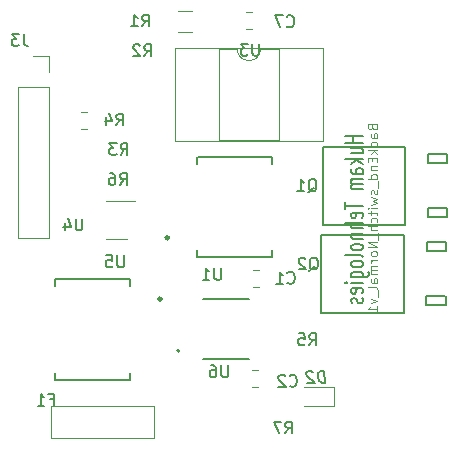
<source format=gbo>
G04 #@! TF.GenerationSoftware,KiCad,Pcbnew,5.1.7-a382d34a8~88~ubuntu18.04.1*
G04 #@! TF.CreationDate,2021-11-20T10:26:25+05:30*
G04 #@! TF.ProjectId,BackEnd_switch_Normal_v1,4261636b-456e-4645-9f73-77697463685f,rev?*
G04 #@! TF.SameCoordinates,Original*
G04 #@! TF.FileFunction,Legend,Bot*
G04 #@! TF.FilePolarity,Positive*
%FSLAX46Y46*%
G04 Gerber Fmt 4.6, Leading zero omitted, Abs format (unit mm)*
G04 Created by KiCad (PCBNEW 5.1.7-a382d34a8~88~ubuntu18.04.1) date 2021-11-20 10:26:25*
%MOMM*%
%LPD*%
G01*
G04 APERTURE LIST*
%ADD10C,0.100000*%
%ADD11C,0.150000*%
%ADD12C,0.127000*%
%ADD13C,0.200000*%
%ADD14C,0.120000*%
%ADD15C,0.300000*%
G04 APERTURE END LIST*
D10*
X143729717Y-108601197D02*
X143767812Y-108715482D01*
X143805907Y-108753578D01*
X143882098Y-108791673D01*
X143996383Y-108791673D01*
X144072574Y-108753578D01*
X144110669Y-108715482D01*
X144148764Y-108639292D01*
X144148764Y-108334530D01*
X143348764Y-108334530D01*
X143348764Y-108601197D01*
X143386860Y-108677387D01*
X143424955Y-108715482D01*
X143501145Y-108753578D01*
X143577336Y-108753578D01*
X143653526Y-108715482D01*
X143691621Y-108677387D01*
X143729717Y-108601197D01*
X143729717Y-108334530D01*
X144148764Y-109477387D02*
X143729717Y-109477387D01*
X143653526Y-109439292D01*
X143615431Y-109363101D01*
X143615431Y-109210720D01*
X143653526Y-109134530D01*
X144110669Y-109477387D02*
X144148764Y-109401197D01*
X144148764Y-109210720D01*
X144110669Y-109134530D01*
X144034479Y-109096435D01*
X143958288Y-109096435D01*
X143882098Y-109134530D01*
X143844002Y-109210720D01*
X143844002Y-109401197D01*
X143805907Y-109477387D01*
X144110669Y-110201197D02*
X144148764Y-110125006D01*
X144148764Y-109972625D01*
X144110669Y-109896435D01*
X144072574Y-109858340D01*
X143996383Y-109820244D01*
X143767812Y-109820244D01*
X143691621Y-109858340D01*
X143653526Y-109896435D01*
X143615431Y-109972625D01*
X143615431Y-110125006D01*
X143653526Y-110201197D01*
X144148764Y-110544054D02*
X143348764Y-110544054D01*
X143844002Y-110620244D02*
X144148764Y-110848816D01*
X143615431Y-110848816D02*
X143920193Y-110544054D01*
X143729717Y-111191673D02*
X143729717Y-111458339D01*
X144148764Y-111572625D02*
X144148764Y-111191673D01*
X143348764Y-111191673D01*
X143348764Y-111572625D01*
X143615431Y-111915482D02*
X144148764Y-111915482D01*
X143691621Y-111915482D02*
X143653526Y-111953578D01*
X143615431Y-112029768D01*
X143615431Y-112144054D01*
X143653526Y-112220244D01*
X143729717Y-112258340D01*
X144148764Y-112258340D01*
X144148764Y-112982149D02*
X143348764Y-112982149D01*
X144110669Y-112982149D02*
X144148764Y-112905959D01*
X144148764Y-112753578D01*
X144110669Y-112677387D01*
X144072574Y-112639292D01*
X143996383Y-112601197D01*
X143767812Y-112601197D01*
X143691621Y-112639292D01*
X143653526Y-112677387D01*
X143615431Y-112753578D01*
X143615431Y-112905959D01*
X143653526Y-112982149D01*
X144224955Y-113172625D02*
X144224955Y-113782149D01*
X144110669Y-113934530D02*
X144148764Y-114010720D01*
X144148764Y-114163101D01*
X144110669Y-114239292D01*
X144034479Y-114277387D01*
X143996383Y-114277387D01*
X143920193Y-114239292D01*
X143882098Y-114163101D01*
X143882098Y-114048816D01*
X143844002Y-113972625D01*
X143767812Y-113934530D01*
X143729717Y-113934530D01*
X143653526Y-113972625D01*
X143615431Y-114048816D01*
X143615431Y-114163101D01*
X143653526Y-114239292D01*
X143615431Y-114544054D02*
X144148764Y-114696435D01*
X143767812Y-114848816D01*
X144148764Y-115001197D01*
X143615431Y-115153578D01*
X144148764Y-115458340D02*
X143615431Y-115458340D01*
X143348764Y-115458340D02*
X143386860Y-115420244D01*
X143424955Y-115458340D01*
X143386860Y-115496435D01*
X143348764Y-115458340D01*
X143424955Y-115458340D01*
X143615431Y-115725006D02*
X143615431Y-116029768D01*
X143348764Y-115839292D02*
X144034479Y-115839292D01*
X144110669Y-115877387D01*
X144148764Y-115953578D01*
X144148764Y-116029768D01*
X144110669Y-116639292D02*
X144148764Y-116563101D01*
X144148764Y-116410720D01*
X144110669Y-116334530D01*
X144072574Y-116296435D01*
X143996383Y-116258340D01*
X143767812Y-116258340D01*
X143691621Y-116296435D01*
X143653526Y-116334530D01*
X143615431Y-116410720D01*
X143615431Y-116563101D01*
X143653526Y-116639292D01*
X144148764Y-116982149D02*
X143348764Y-116982149D01*
X144148764Y-117325006D02*
X143729717Y-117325006D01*
X143653526Y-117286911D01*
X143615431Y-117210720D01*
X143615431Y-117096435D01*
X143653526Y-117020244D01*
X143691621Y-116982149D01*
X144224955Y-117515482D02*
X144224955Y-118125006D01*
X144148764Y-118315482D02*
X143348764Y-118315482D01*
X144148764Y-118772625D01*
X143348764Y-118772625D01*
X144148764Y-119267863D02*
X144110669Y-119191673D01*
X144072574Y-119153578D01*
X143996383Y-119115482D01*
X143767812Y-119115482D01*
X143691621Y-119153578D01*
X143653526Y-119191673D01*
X143615431Y-119267863D01*
X143615431Y-119382149D01*
X143653526Y-119458339D01*
X143691621Y-119496435D01*
X143767812Y-119534530D01*
X143996383Y-119534530D01*
X144072574Y-119496435D01*
X144110669Y-119458339D01*
X144148764Y-119382149D01*
X144148764Y-119267863D01*
X144148764Y-119877387D02*
X143615431Y-119877387D01*
X143767812Y-119877387D02*
X143691621Y-119915482D01*
X143653526Y-119953578D01*
X143615431Y-120029768D01*
X143615431Y-120105959D01*
X144148764Y-120372625D02*
X143615431Y-120372625D01*
X143691621Y-120372625D02*
X143653526Y-120410720D01*
X143615431Y-120486911D01*
X143615431Y-120601197D01*
X143653526Y-120677387D01*
X143729717Y-120715482D01*
X144148764Y-120715482D01*
X143729717Y-120715482D02*
X143653526Y-120753578D01*
X143615431Y-120829768D01*
X143615431Y-120944054D01*
X143653526Y-121020244D01*
X143729717Y-121058339D01*
X144148764Y-121058339D01*
X144148764Y-121782149D02*
X143729717Y-121782149D01*
X143653526Y-121744054D01*
X143615431Y-121667863D01*
X143615431Y-121515482D01*
X143653526Y-121439292D01*
X144110669Y-121782149D02*
X144148764Y-121705959D01*
X144148764Y-121515482D01*
X144110669Y-121439292D01*
X144034479Y-121401197D01*
X143958288Y-121401197D01*
X143882098Y-121439292D01*
X143844002Y-121515482D01*
X143844002Y-121705959D01*
X143805907Y-121782149D01*
X144148764Y-122277387D02*
X144110669Y-122201197D01*
X144034479Y-122163101D01*
X143348764Y-122163101D01*
X144224955Y-122391673D02*
X144224955Y-123001197D01*
X143615431Y-123115482D02*
X144148764Y-123305959D01*
X143615431Y-123496435D01*
X144148764Y-124220244D02*
X144148764Y-123763101D01*
X144148764Y-123991673D02*
X143348764Y-123991673D01*
X143463050Y-123915482D01*
X143539240Y-123839292D01*
X143577336Y-123763101D01*
D11*
X142913491Y-109345340D02*
X141413491Y-109345340D01*
X142127777Y-109345340D02*
X142127777Y-109916769D01*
X142913491Y-109916769D02*
X141413491Y-109916769D01*
X141913491Y-110821531D02*
X142913491Y-110821531D01*
X141913491Y-110392960D02*
X142699205Y-110392960D01*
X142842062Y-110440579D01*
X142913491Y-110535817D01*
X142913491Y-110678674D01*
X142842062Y-110773912D01*
X142770634Y-110821531D01*
X142913491Y-111297721D02*
X141413491Y-111297721D01*
X142342062Y-111392960D02*
X142913491Y-111678674D01*
X141913491Y-111678674D02*
X142484920Y-111297721D01*
X142913491Y-112535817D02*
X142127777Y-112535817D01*
X141984920Y-112488198D01*
X141913491Y-112392960D01*
X141913491Y-112202483D01*
X141984920Y-112107245D01*
X142842062Y-112535817D02*
X142913491Y-112440579D01*
X142913491Y-112202483D01*
X142842062Y-112107245D01*
X142699205Y-112059626D01*
X142556348Y-112059626D01*
X142413491Y-112107245D01*
X142342062Y-112202483D01*
X142342062Y-112440579D01*
X142270634Y-112535817D01*
X142913491Y-113012007D02*
X141913491Y-113012007D01*
X142056348Y-113012007D02*
X141984920Y-113059626D01*
X141913491Y-113154864D01*
X141913491Y-113297721D01*
X141984920Y-113392960D01*
X142127777Y-113440579D01*
X142913491Y-113440579D01*
X142127777Y-113440579D02*
X141984920Y-113488198D01*
X141913491Y-113583436D01*
X141913491Y-113726293D01*
X141984920Y-113821531D01*
X142127777Y-113869150D01*
X142913491Y-113869150D01*
X141413491Y-114964388D02*
X141413491Y-115535817D01*
X142913491Y-115250102D02*
X141413491Y-115250102D01*
X142842062Y-116250102D02*
X142913491Y-116154864D01*
X142913491Y-115964388D01*
X142842062Y-115869150D01*
X142699205Y-115821531D01*
X142127777Y-115821531D01*
X141984920Y-115869150D01*
X141913491Y-115964388D01*
X141913491Y-116154864D01*
X141984920Y-116250102D01*
X142127777Y-116297721D01*
X142270634Y-116297721D01*
X142413491Y-115821531D01*
X142913491Y-116726293D02*
X141413491Y-116726293D01*
X142913491Y-117154864D02*
X142127777Y-117154864D01*
X141984920Y-117107245D01*
X141913491Y-117012007D01*
X141913491Y-116869150D01*
X141984920Y-116773912D01*
X142056348Y-116726293D01*
X141913491Y-117631055D02*
X142913491Y-117631055D01*
X142056348Y-117631055D02*
X141984920Y-117678674D01*
X141913491Y-117773912D01*
X141913491Y-117916769D01*
X141984920Y-118012007D01*
X142127777Y-118059626D01*
X142913491Y-118059626D01*
X142913491Y-118678674D02*
X142842062Y-118583436D01*
X142770634Y-118535817D01*
X142627777Y-118488198D01*
X142199205Y-118488198D01*
X142056348Y-118535817D01*
X141984920Y-118583436D01*
X141913491Y-118678674D01*
X141913491Y-118821531D01*
X141984920Y-118916769D01*
X142056348Y-118964388D01*
X142199205Y-119012007D01*
X142627777Y-119012007D01*
X142770634Y-118964388D01*
X142842062Y-118916769D01*
X142913491Y-118821531D01*
X142913491Y-118678674D01*
X142913491Y-119583436D02*
X142842062Y-119488198D01*
X142699205Y-119440579D01*
X141413491Y-119440579D01*
X142913491Y-120107245D02*
X142842062Y-120012007D01*
X142770634Y-119964388D01*
X142627777Y-119916769D01*
X142199205Y-119916769D01*
X142056348Y-119964388D01*
X141984920Y-120012007D01*
X141913491Y-120107245D01*
X141913491Y-120250102D01*
X141984920Y-120345340D01*
X142056348Y-120392960D01*
X142199205Y-120440579D01*
X142627777Y-120440579D01*
X142770634Y-120392960D01*
X142842062Y-120345340D01*
X142913491Y-120250102D01*
X142913491Y-120107245D01*
X141913491Y-121297721D02*
X143127777Y-121297721D01*
X143270634Y-121250102D01*
X143342062Y-121202483D01*
X143413491Y-121107245D01*
X143413491Y-120964388D01*
X143342062Y-120869150D01*
X142842062Y-121297721D02*
X142913491Y-121202483D01*
X142913491Y-121012007D01*
X142842062Y-120916769D01*
X142770634Y-120869150D01*
X142627777Y-120821531D01*
X142199205Y-120821531D01*
X142056348Y-120869150D01*
X141984920Y-120916769D01*
X141913491Y-121012007D01*
X141913491Y-121202483D01*
X141984920Y-121297721D01*
X142913491Y-121773912D02*
X141913491Y-121773912D01*
X141413491Y-121773912D02*
X141484920Y-121726293D01*
X141556348Y-121773912D01*
X141484920Y-121821531D01*
X141413491Y-121773912D01*
X141556348Y-121773912D01*
X142842062Y-122631055D02*
X142913491Y-122535817D01*
X142913491Y-122345340D01*
X142842062Y-122250102D01*
X142699205Y-122202483D01*
X142127777Y-122202483D01*
X141984920Y-122250102D01*
X141913491Y-122345340D01*
X141913491Y-122535817D01*
X141984920Y-122631055D01*
X142127777Y-122678674D01*
X142270634Y-122678674D01*
X142413491Y-122202483D01*
X142842062Y-123059626D02*
X142913491Y-123154864D01*
X142913491Y-123345340D01*
X142842062Y-123440579D01*
X142699205Y-123488198D01*
X142627777Y-123488198D01*
X142484920Y-123440579D01*
X142413491Y-123345340D01*
X142413491Y-123202483D01*
X142342062Y-123107245D01*
X142199205Y-123059626D01*
X142127777Y-123059626D01*
X141984920Y-123107245D01*
X141913491Y-123202483D01*
X141913491Y-123345340D01*
X141984920Y-123440579D01*
D12*
X129406000Y-123141000D02*
X133306000Y-123141000D01*
X129406000Y-128191000D02*
X133306000Y-128191000D01*
D13*
X127392000Y-127536000D02*
G75*
G03*
X127392000Y-127536000I-100000J0D01*
G01*
D14*
X133565252Y-100290300D02*
X133042748Y-100290300D01*
X133565252Y-98820300D02*
X133042748Y-98820300D01*
X133548748Y-129148000D02*
X134071252Y-129148000D01*
X133548748Y-130618000D02*
X134071252Y-130618000D01*
X133588748Y-120674000D02*
X134111252Y-120674000D01*
X133588748Y-122144000D02*
X134111252Y-122144000D01*
X116354000Y-117972000D02*
X113694000Y-117972000D01*
X116354000Y-105212000D02*
X116354000Y-117972000D01*
X113694000Y-105212000D02*
X113694000Y-117972000D01*
X116354000Y-105212000D02*
X113694000Y-105212000D01*
X116354000Y-103942000D02*
X116354000Y-102612000D01*
X116354000Y-102612000D02*
X115024000Y-102612000D01*
D15*
X125843000Y-123120000D02*
G75*
G03*
X125843000Y-123120000I-100000J0D01*
G01*
D12*
X123193000Y-129975000D02*
X116893000Y-129975000D01*
X123218000Y-129970000D02*
X123218000Y-129370000D01*
X116868000Y-129970000D02*
X116868000Y-129370000D01*
X123218000Y-121465000D02*
X123218000Y-122070000D01*
X116868000Y-121465000D02*
X123218000Y-121465000D01*
X116868000Y-122070000D02*
X116868000Y-121465000D01*
D15*
X126477000Y-117952000D02*
G75*
G03*
X126477000Y-117952000I-100000J0D01*
G01*
D12*
X128927000Y-111097000D02*
X135227000Y-111097000D01*
X128902000Y-111102000D02*
X128902000Y-111702000D01*
X135252000Y-111102000D02*
X135252000Y-111702000D01*
X128902000Y-119607000D02*
X128902000Y-119002000D01*
X135252000Y-119607000D02*
X128902000Y-119607000D01*
X135252000Y-119002000D02*
X135252000Y-119607000D01*
D11*
X149950000Y-123625000D02*
X149950000Y-122895000D01*
X148300000Y-123625000D02*
X149910000Y-123625000D01*
X148310000Y-122895000D02*
X149920000Y-122895000D01*
X148300000Y-123625000D02*
X148300000Y-122895000D01*
X148330000Y-119045000D02*
X148330000Y-118315000D01*
X149940000Y-119055000D02*
X148330000Y-119055000D01*
X149940000Y-118315000D02*
X149940000Y-119055000D01*
X148330000Y-118315000D02*
X149940000Y-118315000D01*
X146410000Y-117725000D02*
X139420000Y-117725000D01*
X146400000Y-124345000D02*
X146410000Y-117725000D01*
X139420000Y-124345000D02*
X146400000Y-124345000D01*
X139420000Y-117725000D02*
X139420000Y-124345000D01*
X150049000Y-116168000D02*
X150049000Y-115438000D01*
X148399000Y-116168000D02*
X150009000Y-116168000D01*
X148409000Y-115438000D02*
X150019000Y-115438000D01*
X148399000Y-116168000D02*
X148399000Y-115438000D01*
X148429000Y-111588000D02*
X148429000Y-110858000D01*
X150039000Y-111598000D02*
X148429000Y-111598000D01*
X150039000Y-110858000D02*
X150039000Y-111598000D01*
X148429000Y-110858000D02*
X150039000Y-110858000D01*
X146509000Y-110268000D02*
X139519000Y-110268000D01*
X146499000Y-116888000D02*
X146509000Y-110268000D01*
X139519000Y-116888000D02*
X146499000Y-116888000D01*
X139519000Y-110268000D02*
X139519000Y-116888000D01*
D14*
X119083936Y-107289000D02*
X119538064Y-107289000D01*
X119083936Y-108759000D02*
X119538064Y-108759000D01*
X116486000Y-134878000D02*
X125226000Y-134878000D01*
X116486000Y-134878000D02*
X116486000Y-132162000D01*
X125226000Y-132162000D02*
X125226000Y-134878000D01*
X125226000Y-132162000D02*
X116486000Y-132162000D01*
X140508000Y-130592000D02*
X140508000Y-132192000D01*
X140508000Y-132192000D02*
X137908000Y-132192000D01*
X140508000Y-130592000D02*
X137908000Y-130592000D01*
X127246000Y-100549600D02*
X128446000Y-100549600D01*
X128446000Y-98789600D02*
X127246000Y-98789600D01*
X134279000Y-101957000D02*
X135814000Y-101957000D01*
X135814000Y-101957000D02*
X135814000Y-109697000D01*
X135814000Y-109697000D02*
X130744000Y-109697000D01*
X130744000Y-109697000D02*
X130744000Y-101957000D01*
X130744000Y-101957000D02*
X132279000Y-101957000D01*
X139514000Y-101897000D02*
X139514000Y-109757000D01*
X139514000Y-109757000D02*
X127044000Y-109757000D01*
X127044000Y-109757000D02*
X127044000Y-101897000D01*
X127044000Y-101897000D02*
X139514000Y-101897000D01*
X132279000Y-101957000D02*
G75*
G03*
X134279000Y-101957000I1000000J0D01*
G01*
X121188000Y-114874000D02*
X123638000Y-114874000D01*
X122988000Y-118094000D02*
X121188000Y-118094000D01*
D11*
X131522904Y-128755380D02*
X131522904Y-129564904D01*
X131475285Y-129660142D01*
X131427666Y-129707761D01*
X131332428Y-129755380D01*
X131141952Y-129755380D01*
X131046714Y-129707761D01*
X130999095Y-129660142D01*
X130951476Y-129564904D01*
X130951476Y-128755380D01*
X130046714Y-128755380D02*
X130237190Y-128755380D01*
X130332428Y-128803000D01*
X130380047Y-128850619D01*
X130475285Y-128993476D01*
X130522904Y-129183952D01*
X130522904Y-129564904D01*
X130475285Y-129660142D01*
X130427666Y-129707761D01*
X130332428Y-129755380D01*
X130141952Y-129755380D01*
X130046714Y-129707761D01*
X129999095Y-129660142D01*
X129951476Y-129564904D01*
X129951476Y-129326809D01*
X129999095Y-129231571D01*
X130046714Y-129183952D01*
X130141952Y-129136333D01*
X130332428Y-129136333D01*
X130427666Y-129183952D01*
X130475285Y-129231571D01*
X130522904Y-129326809D01*
X136488466Y-100036902D02*
X136536085Y-100084521D01*
X136678942Y-100132140D01*
X136774180Y-100132140D01*
X136917038Y-100084521D01*
X137012276Y-99989283D01*
X137059895Y-99894045D01*
X137107514Y-99703569D01*
X137107514Y-99560712D01*
X137059895Y-99370236D01*
X137012276Y-99274998D01*
X136917038Y-99179760D01*
X136774180Y-99132140D01*
X136678942Y-99132140D01*
X136536085Y-99179760D01*
X136488466Y-99227379D01*
X136155133Y-99132140D02*
X135488466Y-99132140D01*
X135917038Y-100132140D01*
X136735106Y-130471182D02*
X136782725Y-130518801D01*
X136925582Y-130566420D01*
X137020820Y-130566420D01*
X137163678Y-130518801D01*
X137258916Y-130423563D01*
X137306535Y-130328325D01*
X137354154Y-130137849D01*
X137354154Y-129994992D01*
X137306535Y-129804516D01*
X137258916Y-129709278D01*
X137163678Y-129614040D01*
X137020820Y-129566420D01*
X136925582Y-129566420D01*
X136782725Y-129614040D01*
X136735106Y-129661659D01*
X136354154Y-129661659D02*
X136306535Y-129614040D01*
X136211297Y-129566420D01*
X135973201Y-129566420D01*
X135877963Y-129614040D01*
X135830344Y-129661659D01*
X135782725Y-129756897D01*
X135782725Y-129852135D01*
X135830344Y-129994992D01*
X136401773Y-130566420D01*
X135782725Y-130566420D01*
X136543966Y-121750902D02*
X136591585Y-121798521D01*
X136734442Y-121846140D01*
X136829680Y-121846140D01*
X136972538Y-121798521D01*
X137067776Y-121703283D01*
X137115395Y-121608045D01*
X137163014Y-121417569D01*
X137163014Y-121274712D01*
X137115395Y-121084236D01*
X137067776Y-120988998D01*
X136972538Y-120893760D01*
X136829680Y-120846140D01*
X136734442Y-120846140D01*
X136591585Y-120893760D01*
X136543966Y-120941379D01*
X135591585Y-121846140D02*
X136163014Y-121846140D01*
X135877300Y-121846140D02*
X135877300Y-120846140D01*
X135972538Y-120988998D01*
X136067776Y-121084236D01*
X136163014Y-121131855D01*
X114204173Y-100717220D02*
X114204173Y-101431506D01*
X114251792Y-101574363D01*
X114347030Y-101669601D01*
X114489887Y-101717220D01*
X114585125Y-101717220D01*
X113823220Y-100717220D02*
X113204173Y-100717220D01*
X113537506Y-101098173D01*
X113394649Y-101098173D01*
X113299411Y-101145792D01*
X113251792Y-101193411D01*
X113204173Y-101288649D01*
X113204173Y-101526744D01*
X113251792Y-101621982D01*
X113299411Y-101669601D01*
X113394649Y-101717220D01*
X113680363Y-101717220D01*
X113775601Y-101669601D01*
X113823220Y-101621982D01*
X122712123Y-119452163D02*
X122712123Y-120262362D01*
X122664464Y-120357679D01*
X122616805Y-120405338D01*
X122521488Y-120452997D01*
X122330853Y-120452997D01*
X122235535Y-120405338D01*
X122187876Y-120357679D01*
X122140218Y-120262362D01*
X122140218Y-119452163D01*
X121187042Y-119452163D02*
X121663630Y-119452163D01*
X121711289Y-119928750D01*
X121663630Y-119881092D01*
X121568312Y-119833433D01*
X121330019Y-119833433D01*
X121234701Y-119881092D01*
X121187042Y-119928750D01*
X121139384Y-120024068D01*
X121139384Y-120262362D01*
X121187042Y-120357679D01*
X121234701Y-120405338D01*
X121330019Y-120452997D01*
X121568312Y-120452997D01*
X121663630Y-120405338D01*
X121711289Y-120357679D01*
X130932957Y-120523685D02*
X130932957Y-121333884D01*
X130885298Y-121429201D01*
X130837639Y-121476860D01*
X130742322Y-121524519D01*
X130551687Y-121524519D01*
X130456369Y-121476860D01*
X130408710Y-121429201D01*
X130361052Y-121333884D01*
X130361052Y-120523685D01*
X129360218Y-121524519D02*
X129932123Y-121524519D01*
X129646170Y-121524519D02*
X129646170Y-120523685D01*
X129741488Y-120666661D01*
X129836805Y-120761979D01*
X129932123Y-120809637D01*
X136364406Y-134526140D02*
X136697740Y-134049950D01*
X136935835Y-134526140D02*
X136935835Y-133526140D01*
X136554882Y-133526140D01*
X136459644Y-133573760D01*
X136412025Y-133621379D01*
X136364406Y-133716617D01*
X136364406Y-133859474D01*
X136412025Y-133954712D01*
X136459644Y-134002331D01*
X136554882Y-134049950D01*
X136935835Y-134049950D01*
X136031073Y-133526140D02*
X135364406Y-133526140D01*
X135792978Y-134526140D01*
X122358586Y-113495400D02*
X122691920Y-113019210D01*
X122930015Y-113495400D02*
X122930015Y-112495400D01*
X122549062Y-112495400D01*
X122453824Y-112543020D01*
X122406205Y-112590639D01*
X122358586Y-112685877D01*
X122358586Y-112828734D01*
X122406205Y-112923972D01*
X122453824Y-112971591D01*
X122549062Y-113019210D01*
X122930015Y-113019210D01*
X121501443Y-112495400D02*
X121691920Y-112495400D01*
X121787158Y-112543020D01*
X121834777Y-112590639D01*
X121930015Y-112733496D01*
X121977634Y-112923972D01*
X121977634Y-113304924D01*
X121930015Y-113400162D01*
X121882396Y-113447781D01*
X121787158Y-113495400D01*
X121596681Y-113495400D01*
X121501443Y-113447781D01*
X121453824Y-113400162D01*
X121406205Y-113304924D01*
X121406205Y-113066829D01*
X121453824Y-112971591D01*
X121501443Y-112923972D01*
X121596681Y-112876353D01*
X121787158Y-112876353D01*
X121882396Y-112923972D01*
X121930015Y-112971591D01*
X121977634Y-113066829D01*
X138396006Y-127061220D02*
X138729340Y-126585030D01*
X138967435Y-127061220D02*
X138967435Y-126061220D01*
X138586482Y-126061220D01*
X138491244Y-126108840D01*
X138443625Y-126156459D01*
X138396006Y-126251697D01*
X138396006Y-126394554D01*
X138443625Y-126489792D01*
X138491244Y-126537411D01*
X138586482Y-126585030D01*
X138967435Y-126585030D01*
X137491244Y-126061220D02*
X137967435Y-126061220D01*
X138015054Y-126537411D01*
X137967435Y-126489792D01*
X137872197Y-126442173D01*
X137634101Y-126442173D01*
X137538863Y-126489792D01*
X137491244Y-126537411D01*
X137443625Y-126632649D01*
X137443625Y-126870744D01*
X137491244Y-126965982D01*
X137538863Y-127013601D01*
X137634101Y-127061220D01*
X137872197Y-127061220D01*
X137967435Y-127013601D01*
X138015054Y-126965982D01*
X124423226Y-102585720D02*
X124756560Y-102109530D01*
X124994655Y-102585720D02*
X124994655Y-101585720D01*
X124613702Y-101585720D01*
X124518464Y-101633340D01*
X124470845Y-101680959D01*
X124423226Y-101776197D01*
X124423226Y-101919054D01*
X124470845Y-102014292D01*
X124518464Y-102061911D01*
X124613702Y-102109530D01*
X124994655Y-102109530D01*
X124042274Y-101680959D02*
X123994655Y-101633340D01*
X123899417Y-101585720D01*
X123661321Y-101585720D01*
X123566083Y-101633340D01*
X123518464Y-101680959D01*
X123470845Y-101776197D01*
X123470845Y-101871435D01*
X123518464Y-102014292D01*
X124089893Y-102585720D01*
X123470845Y-102585720D01*
X138388078Y-120737879D02*
X138483316Y-120690260D01*
X138578554Y-120595021D01*
X138721411Y-120452164D01*
X138816649Y-120404545D01*
X138911887Y-120404545D01*
X138864268Y-120642640D02*
X138959506Y-120595021D01*
X139054744Y-120499783D01*
X139102363Y-120309307D01*
X139102363Y-119975974D01*
X139054744Y-119785498D01*
X138959506Y-119690260D01*
X138864268Y-119642640D01*
X138673792Y-119642640D01*
X138578554Y-119690260D01*
X138483316Y-119785498D01*
X138435697Y-119975974D01*
X138435697Y-120309307D01*
X138483316Y-120499783D01*
X138578554Y-120595021D01*
X138673792Y-120642640D01*
X138864268Y-120642640D01*
X138054744Y-119737879D02*
X138007125Y-119690260D01*
X137911887Y-119642640D01*
X137673792Y-119642640D01*
X137578554Y-119690260D01*
X137530935Y-119737879D01*
X137483316Y-119833117D01*
X137483316Y-119928355D01*
X137530935Y-120071212D01*
X138102363Y-120642640D01*
X137483316Y-120642640D01*
X138278858Y-114105939D02*
X138374096Y-114058320D01*
X138469334Y-113963081D01*
X138612191Y-113820224D01*
X138707429Y-113772605D01*
X138802667Y-113772605D01*
X138755048Y-114010700D02*
X138850286Y-113963081D01*
X138945524Y-113867843D01*
X138993143Y-113677367D01*
X138993143Y-113344034D01*
X138945524Y-113153558D01*
X138850286Y-113058320D01*
X138755048Y-113010700D01*
X138564572Y-113010700D01*
X138469334Y-113058320D01*
X138374096Y-113153558D01*
X138326477Y-113344034D01*
X138326477Y-113677367D01*
X138374096Y-113867843D01*
X138469334Y-113963081D01*
X138564572Y-114010700D01*
X138755048Y-114010700D01*
X137374096Y-114010700D02*
X137945524Y-114010700D01*
X137659810Y-114010700D02*
X137659810Y-113010700D01*
X137755048Y-113153558D01*
X137850286Y-113248796D01*
X137945524Y-113296415D01*
X122410126Y-110942420D02*
X122743460Y-110466230D01*
X122981555Y-110942420D02*
X122981555Y-109942420D01*
X122600602Y-109942420D01*
X122505364Y-109990040D01*
X122457745Y-110037659D01*
X122410126Y-110132897D01*
X122410126Y-110275754D01*
X122457745Y-110370992D01*
X122505364Y-110418611D01*
X122600602Y-110466230D01*
X122981555Y-110466230D01*
X122076793Y-109942420D02*
X121457745Y-109942420D01*
X121791079Y-110323373D01*
X121648221Y-110323373D01*
X121552983Y-110370992D01*
X121505364Y-110418611D01*
X121457745Y-110513849D01*
X121457745Y-110751944D01*
X121505364Y-110847182D01*
X121552983Y-110894801D01*
X121648221Y-110942420D01*
X121933936Y-110942420D01*
X122029174Y-110894801D01*
X122076793Y-110847182D01*
X122058946Y-108443360D02*
X122392280Y-107967170D01*
X122630375Y-108443360D02*
X122630375Y-107443360D01*
X122249422Y-107443360D01*
X122154184Y-107490980D01*
X122106565Y-107538599D01*
X122058946Y-107633837D01*
X122058946Y-107776694D01*
X122106565Y-107871932D01*
X122154184Y-107919551D01*
X122249422Y-107967170D01*
X122630375Y-107967170D01*
X121201803Y-107776694D02*
X121201803Y-108443360D01*
X121439899Y-107395741D02*
X121677994Y-108110027D01*
X121058946Y-108110027D01*
X116436733Y-131640271D02*
X116770066Y-131640271D01*
X116770066Y-132164080D02*
X116770066Y-131164080D01*
X116293876Y-131164080D01*
X115389114Y-132164080D02*
X115960542Y-132164080D01*
X115674828Y-132164080D02*
X115674828Y-131164080D01*
X115770066Y-131306938D01*
X115865304Y-131402176D01*
X115960542Y-131449795D01*
X139746080Y-130244380D02*
X139621080Y-129244380D01*
X139382985Y-129244380D01*
X139246080Y-129292000D01*
X139162747Y-129387238D01*
X139127032Y-129482476D01*
X139103223Y-129672952D01*
X139121080Y-129815809D01*
X139192508Y-130006285D01*
X139252032Y-130101523D01*
X139359175Y-130196761D01*
X139507985Y-130244380D01*
X139746080Y-130244380D01*
X138680604Y-129339619D02*
X138627032Y-129292000D01*
X138525842Y-129244380D01*
X138287747Y-129244380D01*
X138198461Y-129292000D01*
X138156794Y-129339619D01*
X138121080Y-129434857D01*
X138132985Y-129530095D01*
X138198461Y-129672952D01*
X138841318Y-130244380D01*
X138222270Y-130244380D01*
X124228926Y-100068580D02*
X124562260Y-99592390D01*
X124800355Y-100068580D02*
X124800355Y-99068580D01*
X124419402Y-99068580D01*
X124324164Y-99116200D01*
X124276545Y-99163819D01*
X124228926Y-99259057D01*
X124228926Y-99401914D01*
X124276545Y-99497152D01*
X124324164Y-99544771D01*
X124419402Y-99592390D01*
X124800355Y-99592390D01*
X123276545Y-100068580D02*
X123847974Y-100068580D01*
X123562260Y-100068580D02*
X123562260Y-99068580D01*
X123657498Y-99211438D01*
X123752736Y-99306676D01*
X123847974Y-99354295D01*
X134139964Y-101527800D02*
X134139964Y-102337324D01*
X134092345Y-102432562D01*
X134044726Y-102480181D01*
X133949488Y-102527800D01*
X133759012Y-102527800D01*
X133663774Y-102480181D01*
X133616155Y-102432562D01*
X133568536Y-102337324D01*
X133568536Y-101527800D01*
X133187583Y-101527800D02*
X132568536Y-101527800D01*
X132901869Y-101908753D01*
X132759012Y-101908753D01*
X132663774Y-101956372D01*
X132616155Y-102003991D01*
X132568536Y-102099229D01*
X132568536Y-102337324D01*
X132616155Y-102432562D01*
X132663774Y-102480181D01*
X132759012Y-102527800D01*
X133044726Y-102527800D01*
X133139964Y-102480181D01*
X133187583Y-102432562D01*
X119182144Y-116340240D02*
X119182144Y-117149764D01*
X119134525Y-117245002D01*
X119086906Y-117292621D01*
X118991668Y-117340240D01*
X118801192Y-117340240D01*
X118705954Y-117292621D01*
X118658335Y-117245002D01*
X118610716Y-117149764D01*
X118610716Y-116340240D01*
X117705954Y-116673574D02*
X117705954Y-117340240D01*
X117944049Y-116292621D02*
X118182144Y-117006907D01*
X117563097Y-117006907D01*
M02*

</source>
